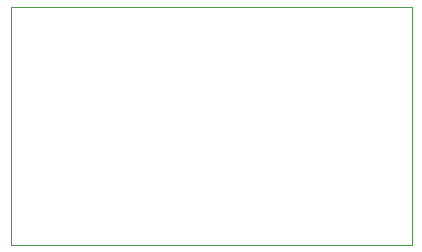
<source format=gbr>
%TF.GenerationSoftware,KiCad,Pcbnew,7.0.8+1*%
%TF.CreationDate,2024-02-21T23:20:15+01:00*%
%TF.ProjectId,MOS_SWITCH_LOAD,4d4f535f-5357-4495-9443-485f4c4f4144,rev?*%
%TF.SameCoordinates,Original*%
%TF.FileFunction,Profile,NP*%
%FSLAX46Y46*%
G04 Gerber Fmt 4.6, Leading zero omitted, Abs format (unit mm)*
G04 Created by KiCad (PCBNEW 7.0.8+1) date 2024-02-21 23:20:15*
%MOMM*%
%LPD*%
G01*
G04 APERTURE LIST*
%TA.AperFunction,Profile*%
%ADD10C,0.100000*%
%TD*%
G04 APERTURE END LIST*
D10*
X85350000Y-41450000D02*
X119300000Y-41450000D01*
X119300000Y-61650000D01*
X85350000Y-61650000D01*
X85350000Y-41450000D01*
M02*

</source>
